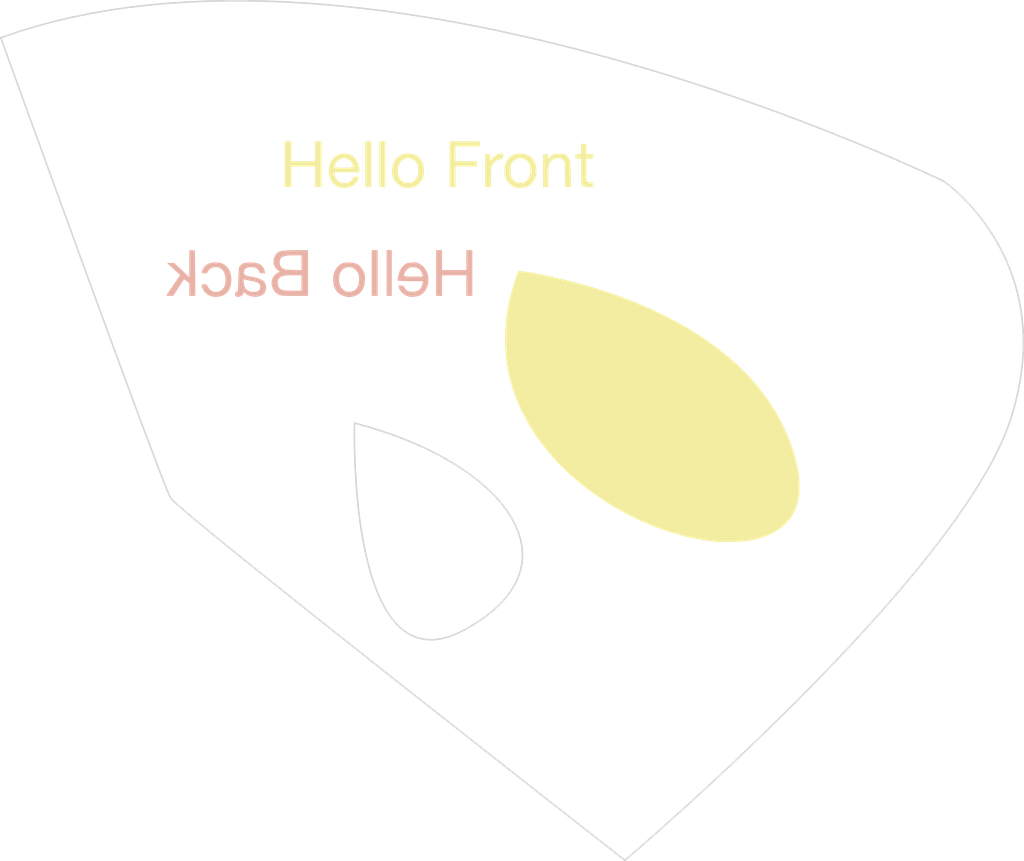
<source format=kicad_pcb>
(kicad_pcb (version 20171130) (host pcbnew 5.0.2-bee76a0~70~ubuntu18.04.1)

  (general
    (thickness 1.6)
    (drawings 0)
    (tracks 0)
    (zones 0)
    (modules 1)
    (nets 1)
  )

  (page A4)
  (layers
    (0 F.Cu signal)
    (31 B.Cu signal)
    (32 B.Adhes user)
    (33 F.Adhes user)
    (34 B.Paste user)
    (35 F.Paste user)
    (36 B.SilkS user)
    (37 F.SilkS user)
    (38 B.Mask user)
    (39 F.Mask user)
    (40 Dwgs.User user)
    (41 Cmts.User user)
    (42 Eco1.User user)
    (43 Eco2.User user)
    (44 Edge.Cuts user)
    (45 Margin user)
    (46 B.CrtYd user)
    (47 F.CrtYd user)
    (48 B.Fab user)
    (49 F.Fab user)
  )

  (setup
    (last_trace_width 0.25)
    (trace_clearance 0.2)
    (zone_clearance 0.508)
    (zone_45_only no)
    (trace_min 0.2)
    (segment_width 0.2)
    (edge_width 0.15)
    (via_size 0.8)
    (via_drill 0.4)
    (via_min_size 0.4)
    (via_min_drill 0.3)
    (uvia_size 0.3)
    (uvia_drill 0.1)
    (uvias_allowed no)
    (uvia_min_size 0.2)
    (uvia_min_drill 0.1)
    (pcb_text_width 0.3)
    (pcb_text_size 1.5 1.5)
    (mod_edge_width 0.15)
    (mod_text_size 1 1)
    (mod_text_width 0.15)
    (pad_size 1.524 1.524)
    (pad_drill 0.762)
    (pad_to_mask_clearance 0.051)
    (solder_mask_min_width 0.25)
    (aux_axis_origin 0 0)
    (visible_elements FFFFFF7F)
    (pcbplotparams
      (layerselection 0x010fc_ffffffff)
      (usegerberextensions false)
      (usegerberattributes false)
      (usegerberadvancedattributes false)
      (creategerberjobfile false)
      (excludeedgelayer true)
      (linewidth 0.100000)
      (plotframeref false)
      (viasonmask false)
      (mode 1)
      (useauxorigin false)
      (hpglpennumber 1)
      (hpglpenspeed 20)
      (hpglpendiameter 15.000000)
      (psnegative false)
      (psa4output false)
      (plotreference true)
      (plotvalue true)
      (plotinvisibletext false)
      (padsonsilk false)
      (subtractmaskfromsilk false)
      (outputformat 1)
      (mirror false)
      (drillshape 1)
      (scaleselection 1)
      (outputdirectory ""))
  )

  (net 0 "")

  (net_class Default "This is the default net class."
    (clearance 0.2)
    (trace_width 0.25)
    (via_dia 0.8)
    (via_drill 0.4)
    (uvia_dia 0.3)
    (uvia_drill 0.1)
  )

  (module exploration-1:exploration-2 (layer F.Cu) (tedit 0) (tstamp 5C264D4E)
    (at 152.7 72.7)
    (fp_text reference "" (at 0 0) (layer F.SilkS)
      (effects (font (size 1.27 1.27) (thickness 0.15)))
    )
    (fp_text value "" (at 0 0) (layer F.SilkS)
      (effects (font (size 1.27 1.27) (thickness 0.15)))
    )
    (fp_line (start -30.345238 -30.130952) (end -30.345302 -30.130925) (layer Edge.Cuts) (width 0.1))
    (fp_line (start -30.345238 -30.130952) (end -30.345238 -30.130952) (layer Edge.Cuts) (width 0.1))
    (fp_line (start -28.682734 -25.539132) (end -30.345238 -30.130952) (layer Edge.Cuts) (width 0.1))
    (fp_line (start -24.982701 -15.366257) (end -28.682734 -25.539132) (layer Edge.Cuts) (width 0.1))
    (fp_line (start -22.972119 -9.875637) (end -24.982701 -15.366257) (layer Edge.Cuts) (width 0.1))
    (fp_line (start -21.176363 -5.016206) (end -22.972119 -9.875637) (layer Edge.Cuts) (width 0.1))
    (fp_line (start -19.836836 -1.463452) (end -21.176363 -5.016206) (layer Edge.Cuts) (width 0.1))
    (fp_line (start -19.413597 -0.388166) (end -19.836836 -1.463452) (layer Edge.Cuts) (width 0.1))
    (fp_line (start -19.194941 0.107143) (end -19.413597 -0.388166) (layer Edge.Cuts) (width 0.1))
    (fp_line (start -19.0594 0.258591) (end -19.194941 0.107143) (layer Edge.Cuts) (width 0.1))
    (fp_line (start -18.766165 0.53029) (end -19.0594 0.258591) (layer Edge.Cuts) (width 0.1))
    (fp_line (start -17.749108 1.401638) (end -18.766165 0.53029) (layer Edge.Cuts) (width 0.1))
    (fp_line (start -16.22876 2.655576) (end -17.749108 1.401638) (layer Edge.Cuts) (width 0.1))
    (fp_line (start -14.290109 4.226493) (end -16.22876 2.655576) (layer Edge.Cuts) (width 0.1))
    (fp_line (start -9.497858 8.056824) (end -14.290109 4.226493) (layer Edge.Cuts) (width 0.1))
    (fp_line (start -4.05227 12.367746) (end -9.497858 8.056824) (layer Edge.Cuts) (width 0.1))
    (fp_line (start 6.079263 20.331822) (end -4.05227 12.367746) (layer Edge.Cuts) (width 0.1))
    (fp_line (start 10.665188 23.919638) (end 6.079263 20.331822) (layer Edge.Cuts) (width 0.1))
    (fp_line (start 11.61382 23.10352) (end 10.665188 23.919638) (layer Edge.Cuts) (width 0.1))
    (fp_line (start 12.71068 22.14195) (end 11.61382 23.10352) (layer Edge.Cuts) (width 0.1))
    (fp_line (start 14.143686 20.863373) (end 12.71068 22.14195) (layer Edge.Cuts) (width 0.1))
    (fp_line (start 15.85353 19.306851) (end 14.143686 20.863373) (layer Edge.Cuts) (width 0.1))
    (fp_line (start 17.780969 17.511418) (end 15.85353 19.306851) (layer Edge.Cuts) (width 0.1))
    (fp_line (start 19.866759 15.516108) (end 17.780969 17.511418) (layer Edge.Cuts) (width 0.1))
    (fp_line (start 22.051657 13.359955) (end 19.866759 15.516108) (layer Edge.Cuts) (width 0.1))
    (fp_line (start 23.162758 12.233761) (end 22.051657 13.359955) (layer Edge.Cuts) (width 0.1))
    (fp_line (start 24.27642 11.081994) (end 23.162758 12.233761) (layer Edge.Cuts) (width 0.1))
    (fp_line (start 25.385237 9.909533) (end 24.27642 11.081994) (layer Edge.Cuts) (width 0.1))
    (fp_line (start 26.481804 8.721258) (end 25.385237 9.909533) (layer Edge.Cuts) (width 0.1))
    (fp_line (start 27.558715 7.522047) (end 26.481804 8.721258) (layer Edge.Cuts) (width 0.1))
    (fp_line (start 28.608566 6.316781) (end 27.558715 7.522047) (layer Edge.Cuts) (width 0.1))
    (fp_line (start 29.62395 5.110338) (end 28.608566 6.316781) (layer Edge.Cuts) (width 0.1))
    (fp_line (start 30.597463 3.907598) (end 29.62395 5.110338) (layer Edge.Cuts) (width 0.1))
    (fp_line (start 31.521698 2.71344) (end 30.597463 3.907598) (layer Edge.Cuts) (width 0.1))
    (fp_line (start 32.389251 1.532743) (end 31.521698 2.71344) (layer Edge.Cuts) (width 0.1))
    (fp_line (start 33.192715 0.370387) (end 32.389251 1.532743) (layer Edge.Cuts) (width 0.1))
    (fp_line (start 33.924687 -0.768749) (end 33.192715 0.370387) (layer Edge.Cuts) (width 0.1))
    (fp_line (start 34.577759 -1.879787) (end 33.924687 -0.768749) (layer Edge.Cuts) (width 0.1))
    (fp_line (start 34.872394 -2.423244) (end 34.577759 -1.879787) (layer Edge.Cuts) (width 0.1))
    (fp_line (start 35.144527 -2.957846) (end 34.872394 -2.423244) (layer Edge.Cuts) (width 0.1))
    (fp_line (start 35.393233 -3.482984) (end 35.144527 -2.957846) (layer Edge.Cuts) (width 0.1))
    (fp_line (start 35.617586 -3.998047) (end 35.393233 -3.482984) (layer Edge.Cuts) (width 0.1))
    (fp_line (start 35.81666 -4.502427) (end 35.617586 -3.998047) (layer Edge.Cuts) (width 0.1))
    (fp_line (start 35.989529 -4.995512) (end 35.81666 -4.502427) (layer Edge.Cuts) (width 0.1))
    (fp_line (start 36.276356 -5.955027) (end 35.989529 -4.995512) (layer Edge.Cuts) (width 0.1))
    (fp_line (start 36.50131 -6.884609) (end 36.276356 -5.955027) (layer Edge.Cuts) (width 0.1))
    (fp_line (start 36.667851 -7.784223) (end 36.50131 -6.884609) (layer Edge.Cuts) (width 0.1))
    (fp_line (start 36.77944 -8.653835) (end 36.667851 -7.784223) (layer Edge.Cuts) (width 0.1))
    (fp_line (start 36.83954 -9.49341) (end 36.77944 -8.653835) (layer Edge.Cuts) (width 0.1))
    (fp_line (start 36.8516 -10.302913) (end 36.83954 -9.49341) (layer Edge.Cuts) (width 0.1))
    (fp_line (start 36.81909 -11.08231) (end 36.8516 -10.302913) (layer Edge.Cuts) (width 0.1))
    (fp_line (start 36.74547 -11.831567) (end 36.81909 -11.08231) (layer Edge.Cuts) (width 0.1))
    (fp_line (start 36.634204 -12.550648) (end 36.74547 -11.831567) (layer Edge.Cuts) (width 0.1))
    (fp_line (start 36.488749 -13.239519) (end 36.634204 -12.550648) (layer Edge.Cuts) (width 0.1))
    (fp_line (start 36.312565 -13.898146) (end 36.488749 -13.239519) (layer Edge.Cuts) (width 0.1))
    (fp_line (start 36.109112 -14.526493) (end 36.312565 -13.898146) (layer Edge.Cuts) (width 0.1))
    (fp_line (start 35.881851 -15.124527) (end 36.109112 -14.526493) (layer Edge.Cuts) (width 0.1))
    (fp_line (start 35.634242 -15.692212) (end 35.881851 -15.124527) (layer Edge.Cuts) (width 0.1))
    (fp_line (start 35.369747 -16.229514) (end 35.634242 -15.692212) (layer Edge.Cuts) (width 0.1))
    (fp_line (start 35.091824 -16.736399) (end 35.369747 -16.229514) (layer Edge.Cuts) (width 0.1))
    (fp_line (start 34.803936 -17.212832) (end 35.091824 -16.736399) (layer Edge.Cuts) (width 0.1))
    (fp_line (start 34.509542 -17.658777) (end 34.803936 -17.212832) (layer Edge.Cuts) (width 0.1))
    (fp_line (start 34.212102 -18.074202) (end 34.509542 -17.658777) (layer Edge.Cuts) (width 0.1))
    (fp_line (start 33.915078 -18.45907) (end 34.212102 -18.074202) (layer Edge.Cuts) (width 0.1))
    (fp_line (start 33.62193 -18.813348) (end 33.915078 -18.45907) (layer Edge.Cuts) (width 0.1))
    (fp_line (start 33.336118 -19.137) (end 33.62193 -18.813348) (layer Edge.Cuts) (width 0.1))
    (fp_line (start 32.800344 -19.692291) (end 33.336118 -19.137) (layer Edge.Cuts) (width 0.1))
    (fp_line (start 32.335441 -20.124666) (end 32.800344 -19.692291) (layer Edge.Cuts) (width 0.1))
    (fp_line (start 31.969092 -20.433848) (end 32.335441 -20.124666) (layer Edge.Cuts) (width 0.1))
    (fp_line (start 31.642792 -20.681526) (end 31.969092 -20.433848) (layer Edge.Cuts) (width 0.1))
    (fp_line (start 31.216554 -20.885233) (end 31.642792 -20.681526) (layer Edge.Cuts) (width 0.1))
    (fp_line (start 29.986932 -21.451874) (end 31.216554 -20.885233) (layer Edge.Cuts) (width 0.1))
    (fp_line (start 28.027564 -22.314732) (end 29.986932 -21.451874) (layer Edge.Cuts) (width 0.1))
    (fp_line (start 26.797238 -22.836393) (end 28.027564 -22.314732) (layer Edge.Cuts) (width 0.1))
    (fp_line (start 25.412091 -23.407089) (end 26.797238 -22.836393) (layer Edge.Cuts) (width 0.1))
    (fp_line (start 23.881327 -24.018479) (end 25.412091 -23.407089) (layer Edge.Cuts) (width 0.1))
    (fp_line (start 22.21415 -24.662226) (end 23.881327 -24.018479) (layer Edge.Cuts) (width 0.1))
    (fp_line (start 20.419767 -25.329988) (end 22.21415 -24.662226) (layer Edge.Cuts) (width 0.1))
    (fp_line (start 18.507381 -26.013426) (end 20.419767 -25.329988) (layer Edge.Cuts) (width 0.1))
    (fp_line (start 16.486199 -26.7042) (end 18.507381 -26.013426) (layer Edge.Cuts) (width 0.1))
    (fp_line (start 14.365423 -27.393971) (end 16.486199 -26.7042) (layer Edge.Cuts) (width 0.1))
    (fp_line (start 12.15426 -28.074399) (end 14.365423 -27.393971) (layer Edge.Cuts) (width 0.1))
    (fp_line (start 9.861914 -28.737143) (end 12.15426 -28.074399) (layer Edge.Cuts) (width 0.1))
    (fp_line (start 7.497591 -29.373865) (end 9.861914 -28.737143) (layer Edge.Cuts) (width 0.1))
    (fp_line (start 5.070494 -29.976224) (end 7.497591 -29.373865) (layer Edge.Cuts) (width 0.1))
    (fp_line (start 2.589829 -30.535881) (end 5.070494 -29.976224) (layer Edge.Cuts) (width 0.1))
    (fp_line (start 1.332286 -30.79709) (end 2.589829 -30.535881) (layer Edge.Cuts) (width 0.1))
    (fp_line (start 0.064801 -31.044496) (end 1.332286 -30.79709) (layer Edge.Cuts) (width 0.1))
    (fp_line (start -1.211472 -31.277056) (end 0.064801 -31.044496) (layer Edge.Cuts) (width 0.1))
    (fp_line (start -2.495385 -31.493729) (end -1.211472 -31.277056) (layer Edge.Cuts) (width 0.1))
    (fp_line (start -3.785786 -31.693471) (end -2.495385 -31.493729) (layer Edge.Cuts) (width 0.1))
    (fp_line (start -5.081525 -31.87524) (end -3.785786 -31.693471) (layer Edge.Cuts) (width 0.1))
    (fp_line (start -6.381451 -32.037994) (end -5.081525 -31.87524) (layer Edge.Cuts) (width 0.1))
    (fp_line (start -7.684414 -32.180691) (end -6.381451 -32.037994) (layer Edge.Cuts) (width 0.1))
    (fp_line (start -8.989263 -32.302287) (end -7.684414 -32.180691) (layer Edge.Cuts) (width 0.1))
    (fp_line (start -10.294847 -32.401737) (end -8.989263 -32.302287) (layer Edge.Cuts) (width 0.1))
    (fp_line (start -11.600015 -32.478007) (end -10.294847 -32.401737) (layer Edge.Cuts) (width 0.1))
    (fp_line (start -12.903618 -32.530047) (end -11.600015 -32.478007) (layer Edge.Cuts) (width 0.1))
    (fp_line (start -14.204505 -32.556817) (end -12.903618 -32.530047) (layer Edge.Cuts) (width 0.1))
    (fp_line (start -15.501524 -32.557275) (end -14.204505 -32.556817) (layer Edge.Cuts) (width 0.1))
    (fp_line (start -16.793526 -32.530375) (end -15.501524 -32.557275) (layer Edge.Cuts) (width 0.1))
    (fp_line (start -18.079359 -32.475085) (end -16.793526 -32.530375) (layer Edge.Cuts) (width 0.1))
    (fp_line (start -19.357873 -32.390345) (end -18.079359 -32.475085) (layer Edge.Cuts) (width 0.1))
    (fp_line (start -20.627918 -32.275128) (end -19.357873 -32.390345) (layer Edge.Cuts) (width 0.1))
    (fp_line (start -21.888343 -32.128386) (end -20.627918 -32.275128) (layer Edge.Cuts) (width 0.1))
    (fp_line (start -23.137997 -31.949076) (end -21.888343 -32.128386) (layer Edge.Cuts) (width 0.1))
    (fp_line (start -24.37573 -31.736157) (end -23.137997 -31.949076) (layer Edge.Cuts) (width 0.1))
    (fp_line (start -25.600391 -31.488585) (end -24.37573 -31.736157) (layer Edge.Cuts) (width 0.1))
    (fp_line (start -26.810829 -31.205318) (end -25.600391 -31.488585) (layer Edge.Cuts) (width 0.1))
    (fp_line (start -28.005894 -30.885314) (end -26.810829 -31.205318) (layer Edge.Cuts) (width 0.1))
    (fp_line (start -29.184435 -30.527531) (end -28.005894 -30.885314) (layer Edge.Cuts) (width 0.1))
    (fp_line (start -30.345302 -30.130925) (end -29.184435 -30.527531) (layer Edge.Cuts) (width 0.1))
    (fp_line (start -7.099768 -4.806521) (end -7.099704 -4.806548) (layer Edge.Cuts) (width 0.1))
    (fp_line (start -7.099768 -4.806521) (end -7.099768 -4.806521) (layer Edge.Cuts) (width 0.1))
    (fp_line (start -7.108968 -4.051307) (end -7.099768 -4.806521) (layer Edge.Cuts) (width 0.1))
    (fp_line (start -7.100968 -3.194493) (end -7.108968 -4.051307) (layer Edge.Cuts) (width 0.1))
    (fp_line (start -7.067238 -2.095723) (end -7.100968 -3.194493) (layer Edge.Cuts) (width 0.1))
    (fp_line (start -6.994748 -0.813132) (end -7.067238 -2.095723) (layer Edge.Cuts) (width 0.1))
    (fp_line (start -6.870494 0.595143) (end -6.994748 -0.813132) (layer Edge.Cuts) (width 0.1))
    (fp_line (start -6.784884 1.328244) (end -6.870494 0.595143) (layer Edge.Cuts) (width 0.1))
    (fp_line (start -6.681456 2.070966) (end -6.784884 1.328244) (layer Edge.Cuts) (width 0.1))
    (fp_line (start -6.558581 2.816041) (end -6.681456 2.070966) (layer Edge.Cuts) (width 0.1))
    (fp_line (start -6.414631 3.556202) (end -6.558581 2.816041) (layer Edge.Cuts) (width 0.1))
    (fp_line (start -6.24798 4.284182) (end -6.414631 3.556202) (layer Edge.Cuts) (width 0.1))
    (fp_line (start -6.057002 4.992715) (end -6.24798 4.284182) (layer Edge.Cuts) (width 0.1))
    (fp_line (start -5.84007 5.674532) (end -6.057002 4.992715) (layer Edge.Cuts) (width 0.1))
    (fp_line (start -5.595559 6.322368) (end -5.84007 5.674532) (layer Edge.Cuts) (width 0.1))
    (fp_line (start -5.321841 6.928954) (end -5.595559 6.322368) (layer Edge.Cuts) (width 0.1))
    (fp_line (start -5.017291 7.487025) (end -5.321841 6.928954) (layer Edge.Cuts) (width 0.1))
    (fp_line (start -4.852945 7.745596) (end -5.017291 7.487025) (layer Edge.Cuts) (width 0.1))
    (fp_line (start -4.680281 7.989313) (end -4.852945 7.745596) (layer Edge.Cuts) (width 0.1))
    (fp_line (start -4.499095 8.217268) (end -4.680281 7.989313) (layer Edge.Cuts) (width 0.1))
    (fp_line (start -4.309185 8.428551) (end -4.499095 8.217268) (layer Edge.Cuts) (width 0.1))
    (fp_line (start -4.110347 8.622256) (end -4.309185 8.428551) (layer Edge.Cuts) (width 0.1))
    (fp_line (start -3.902377 8.797472) (end -4.110347 8.622256) (layer Edge.Cuts) (width 0.1))
    (fp_line (start -3.685073 8.953293) (end -3.902377 8.797472) (layer Edge.Cuts) (width 0.1))
    (fp_line (start -3.458231 9.08881) (end -3.685073 8.953293) (layer Edge.Cuts) (width 0.1))
    (fp_line (start -3.221648 9.203114) (end -3.458231 9.08881) (layer Edge.Cuts) (width 0.1))
    (fp_line (start -2.97512 9.295294) (end -3.221648 9.203114) (layer Edge.Cuts) (width 0.1))
    (fp_line (start -2.718444 9.364444) (end -2.97512 9.295294) (layer Edge.Cuts) (width 0.1))
    (fp_line (start -2.451417 9.409654) (end -2.718444 9.364444) (layer Edge.Cuts) (width 0.1))
    (fp_line (start -2.173836 9.430024) (end -2.451417 9.409654) (layer Edge.Cuts) (width 0.1))
    (fp_line (start -1.885497 9.424624) (end -2.173836 9.430024) (layer Edge.Cuts) (width 0.1))
    (fp_line (start -1.586197 9.392574) (end -1.885497 9.424624) (layer Edge.Cuts) (width 0.1))
    (fp_line (start -1.275732 9.332954) (end -1.586197 9.392574) (layer Edge.Cuts) (width 0.1))
    (fp_line (start -0.9539 9.244854) (end -1.275732 9.332954) (layer Edge.Cuts) (width 0.1))
    (fp_line (start -0.620497 9.127367) (end -0.9539 9.244854) (layer Edge.Cuts) (width 0.1))
    (fp_line (start -0.27532 8.979583) (end -0.620497 9.127367) (layer Edge.Cuts) (width 0.1))
    (fp_line (start 0.081835 8.800594) (end -0.27532 8.979583) (layer Edge.Cuts) (width 0.1))
    (fp_line (start 0.771929 8.403262) (end 0.081835 8.800594) (layer Edge.Cuts) (width 0.1))
    (fp_line (start 1.390218 7.991674) (end 0.771929 8.403262) (layer Edge.Cuts) (width 0.1))
    (fp_line (start 1.937982 7.567073) (end 1.390218 7.991674) (layer Edge.Cuts) (width 0.1))
    (fp_line (start 2.416502 7.130708) (end 1.937982 7.567073) (layer Edge.Cuts) (width 0.1))
    (fp_line (start 2.827059 6.683822) (end 2.416502 7.130708) (layer Edge.Cuts) (width 0.1))
    (fp_line (start 3.170932 6.227662) (end 2.827059 6.683822) (layer Edge.Cuts) (width 0.1))
    (fp_line (start 3.449402 5.763474) (end 3.170932 6.227662) (layer Edge.Cuts) (width 0.1))
    (fp_line (start 3.564511 5.528759) (end 3.449402 5.763474) (layer Edge.Cuts) (width 0.1))
    (fp_line (start 3.663751 5.292503) (end 3.564511 5.528759) (layer Edge.Cuts) (width 0.1))
    (fp_line (start 3.747281 5.054864) (end 3.663751 5.292503) (layer Edge.Cuts) (width 0.1))
    (fp_line (start 3.815261 4.815996) (end 3.747281 5.054864) (layer Edge.Cuts) (width 0.1))
    (fp_line (start 3.867851 4.576055) (end 3.815261 4.815996) (layer Edge.Cuts) (width 0.1))
    (fp_line (start 3.905211 4.335198) (end 3.867851 4.576055) (layer Edge.Cuts) (width 0.1))
    (fp_line (start 3.934871 3.851354) (end 3.905211 4.335198) (layer Edge.Cuts) (width 0.1))
    (fp_line (start 3.905531 3.365711) (end 3.934871 3.851354) (layer Edge.Cuts) (width 0.1))
    (fp_line (start 3.818471 2.879514) (end 3.905531 3.365711) (layer Edge.Cuts) (width 0.1))
    (fp_line (start 3.67497 2.394009) (end 3.818471 2.879514) (layer Edge.Cuts) (width 0.1))
    (fp_line (start 3.47631 1.910443) (end 3.67497 2.394009) (layer Edge.Cuts) (width 0.1))
    (fp_line (start 3.22377 1.430059) (end 3.47631 1.910443) (layer Edge.Cuts) (width 0.1))
    (fp_line (start 2.918632 0.954106) (end 3.22377 1.430059) (layer Edge.Cuts) (width 0.1))
    (fp_line (start 2.562174 0.483827) (end 2.918632 0.954106) (layer Edge.Cuts) (width 0.1))
    (fp_line (start 2.155677 0.020469) (end 2.562174 0.483827) (layer Edge.Cuts) (width 0.1))
    (fp_line (start 1.700423 -0.434722) (end 2.155677 0.020469) (layer Edge.Cuts) (width 0.1))
    (fp_line (start 1.197691 -0.8805) (end 1.700423 -0.434722) (layer Edge.Cuts) (width 0.1))
    (fp_line (start 0.648762 -1.31562) (end 1.197691 -0.8805) (layer Edge.Cuts) (width 0.1))
    (fp_line (start 0.054915 -1.738837) (end 0.648762 -1.31562) (layer Edge.Cuts) (width 0.1))
    (fp_line (start -0.582568 -2.148903) (end 0.054915 -1.738837) (layer Edge.Cuts) (width 0.1))
    (fp_line (start -1.262407 -2.544574) (end -0.582568 -2.148903) (layer Edge.Cuts) (width 0.1))
    (fp_line (start -1.983322 -2.924603) (end -1.262407 -2.544574) (layer Edge.Cuts) (width 0.1))
    (fp_line (start -2.744033 -3.287745) (end -1.983322 -2.924603) (layer Edge.Cuts) (width 0.1))
    (fp_line (start -3.543258 -3.632755) (end -2.744033 -3.287745) (layer Edge.Cuts) (width 0.1))
    (fp_line (start -4.379718 -3.958386) (end -3.543258 -3.632755) (layer Edge.Cuts) (width 0.1))
    (fp_line (start -5.252133 -4.263392) (end -4.379718 -3.958386) (layer Edge.Cuts) (width 0.1))
    (fp_line (start -6.159222 -4.546528) (end -5.252133 -4.263392) (layer Edge.Cuts) (width 0.1))
    (fp_line (start -7.099704 -4.806548) (end -6.159222 -4.546528) (layer Edge.Cuts) (width 0.1))
    (fp_poly (pts (xy 8.128 -22.479) (xy 8.593667 -22.479) (xy 8.593667 -22.182666) (xy 8.128 -22.182666)
      (xy 8.128 -21.4503) (xy 8.130364 -21.145551) (xy 8.137693 -20.91989) (xy 8.15034 -20.767865)
      (xy 8.168659 -20.684023) (xy 8.1788 -20.667133) (xy 8.25053 -20.635439) (xy 8.368385 -20.617699)
      (xy 8.411634 -20.616333) (xy 8.525284 -20.612706) (xy 8.577839 -20.589037) (xy 8.592863 -20.526145)
      (xy 8.593667 -20.468166) (xy 8.593667 -20.32) (xy 8.295409 -20.32) (xy 8.130636 -20.323802)
      (xy 8.02429 -20.339698) (xy 7.950298 -20.374425) (xy 7.893243 -20.423909) (xy 7.857605 -20.46167)
      (xy 7.831218 -20.501807) (xy 7.812693 -20.55678) (xy 7.800638 -20.639048) (xy 7.793664 -20.761071)
      (xy 7.79038 -20.93531) (xy 7.789397 -21.174224) (xy 7.789334 -21.355242) (xy 7.789334 -22.182666)
      (xy 7.598834 -22.182666) (xy 7.481782 -22.18583) (xy 7.426354 -22.207266) (xy 7.409509 -22.264898)
      (xy 7.408334 -22.330833) (xy 7.4124 -22.421873) (xy 7.439962 -22.464984) (xy 7.51406 -22.478086)
      (xy 7.598834 -22.479) (xy 7.789334 -22.479) (xy 7.789334 -23.156333) (xy 8.128 -23.156333)
      (xy 8.128 -22.479)) (layer F.SilkS) (width 0.01))
    (fp_poly (pts (xy 6.417058 -22.514375) (xy 6.590705 -22.50089) (xy 6.705916 -22.476802) (xy 6.788868 -22.434608)
      (xy 6.838177 -22.393646) (xy 6.917082 -22.315122) (xy 6.977453 -22.237575) (xy 7.022068 -22.148297)
      (xy 7.053706 -22.034582) (xy 7.075145 -21.883723) (xy 7.089162 -21.683012) (xy 7.098536 -21.419743)
      (xy 7.104115 -21.17725) (xy 7.12174 -20.32) (xy 6.731 -20.32) (xy 6.731 -21.105269)
      (xy 6.729101 -21.420194) (xy 6.721773 -21.661803) (xy 6.706568 -21.841397) (xy 6.681036 -21.970274)
      (xy 6.642731 -22.059733) (xy 6.589203 -22.121073) (xy 6.518006 -22.165593) (xy 6.49935 -22.174425)
      (xy 6.300521 -22.221623) (xy 6.095753 -22.196615) (xy 5.907773 -22.10686) (xy 5.759305 -21.95982)
      (xy 5.736167 -21.923879) (xy 5.704553 -21.861327) (xy 5.681197 -21.787055) (xy 5.664489 -21.686822)
      (xy 5.65282 -21.546388) (xy 5.64458 -21.351512) (xy 5.63816 -21.087954) (xy 5.63742 -21.05025)
      (xy 5.62334 -20.32) (xy 5.291667 -20.32) (xy 5.291667 -22.479) (xy 5.461 -22.479)
      (xy 5.5694 -22.474722) (xy 5.617603 -22.446616) (xy 5.630075 -22.371775) (xy 5.630544 -22.32025)
      (xy 5.630754 -22.1615) (xy 5.725794 -22.274295) (xy 5.869889 -22.407146) (xy 6.041305 -22.485609)
      (xy 6.258781 -22.516192) (xy 6.417058 -22.514375)) (layer F.SilkS) (width 0.01))
    (fp_poly (pts (xy 2.658851 -22.341416) (xy 2.646151 -22.228424) (xy 2.613059 -22.172575) (xy 2.534445 -22.147408)
      (xy 2.465056 -22.137373) (xy 2.252143 -22.074898) (xy 2.083967 -21.946164) (xy 1.957917 -21.758468)
      (xy 1.920331 -21.677486) (xy 1.894097 -21.595109) (xy 1.877216 -21.494269) (xy 1.867686 -21.357901)
      (xy 1.863507 -21.16894) (xy 1.862667 -20.94603) (xy 1.862667 -20.32) (xy 1.481667 -20.32)
      (xy 1.481667 -22.479) (xy 1.820334 -22.479) (xy 1.820334 -22.040427) (xy 1.972749 -22.21849)
      (xy 2.14916 -22.391202) (xy 2.324217 -22.489328) (xy 2.513148 -22.521307) (xy 2.519165 -22.521333)
      (xy 2.671868 -22.521333) (xy 2.658851 -22.341416)) (layer F.SilkS) (width 0.01))
    (fp_poly (pts (xy 1.143 -22.987) (xy -0.465666 -22.987) (xy -0.465666 -22.013333) (xy 0.931334 -22.013333)
      (xy 0.931334 -21.674666) (xy -0.465666 -21.674666) (xy -0.465666 -20.32) (xy -0.846666 -20.32)
      (xy -0.846666 -23.325666) (xy 1.143 -23.325666) (xy 1.143 -22.987)) (layer F.SilkS) (width 0.01))
    (fp_poly (pts (xy -5.08 -20.32) (xy -5.461 -20.32) (xy -5.461 -23.325666) (xy -5.08 -23.325666)
      (xy -5.08 -20.32)) (layer F.SilkS) (width 0.01))
    (fp_poly (pts (xy -6.011333 -20.32) (xy -6.392333 -20.32) (xy -6.392333 -23.325666) (xy -6.011333 -23.325666)
      (xy -6.011333 -20.32)) (layer F.SilkS) (width 0.01))
    (fp_poly (pts (xy -11.260666 -22.013333) (xy -9.694333 -22.013333) (xy -9.694333 -23.325666) (xy -9.271 -23.325666)
      (xy -9.271 -20.32) (xy -9.694333 -20.32) (xy -9.694333 -21.674666) (xy -11.260666 -21.674666)
      (xy -11.260666 -20.32) (xy -11.684 -20.32) (xy -11.684 -23.325666) (xy -11.260666 -23.325666)
      (xy -11.260666 -22.013333)) (layer F.SilkS) (width 0.01))
    (fp_poly (pts (xy 4.077581 -22.494646) (xy 4.306438 -22.413838) (xy 4.504568 -22.269648) (xy 4.577474 -22.194817)
      (xy 4.709126 -22.018727) (xy 4.792408 -21.826341) (xy 4.834879 -21.594543) (xy 4.844512 -21.378089)
      (xy 4.838953 -21.185194) (xy 4.814655 -21.037163) (xy 4.763508 -20.894859) (xy 4.729148 -20.821399)
      (xy 4.58278 -20.59457) (xy 4.397111 -20.419165) (xy 4.225643 -20.325312) (xy 4.104689 -20.293794)
      (xy 3.945107 -20.269572) (xy 3.782638 -20.256325) (xy 3.653022 -20.25773) (xy 3.6195 -20.262946)
      (xy 3.332944 -20.358006) (xy 3.111827 -20.495055) (xy 2.943269 -20.683913) (xy 2.851206 -20.848858)
      (xy 2.774713 -21.093817) (xy 2.746535 -21.374328) (xy 2.748478 -21.401702) (xy 3.153834 -21.401702)
      (xy 3.153834 -21.398675) (xy 3.156694 -21.201737) (xy 3.167752 -21.067766) (xy 3.190722 -20.97518)
      (xy 3.229315 -20.902398) (xy 3.242393 -20.884021) (xy 3.418451 -20.706109) (xy 3.621913 -20.602675)
      (xy 3.841605 -20.576892) (xy 4.066353 -20.631934) (xy 4.090796 -20.643008) (xy 4.221682 -20.739983)
      (xy 4.340669 -20.890648) (xy 4.350018 -20.906197) (xy 4.414765 -21.032985) (xy 4.449287 -21.155502)
      (xy 4.461856 -21.309897) (xy 4.462559 -21.398105) (xy 4.444607 -21.642695) (xy 4.38702 -21.830947)
      (xy 4.280655 -21.985509) (xy 4.191275 -22.070106) (xy 3.999834 -22.181013) (xy 3.791994 -22.215865)
      (xy 3.584056 -22.176707) (xy 3.392318 -22.065579) (xy 3.284713 -21.956487) (xy 3.223112 -21.875178)
      (xy 3.18466 -21.802219) (xy 3.163922 -21.714436) (xy 3.155459 -21.588655) (xy 3.153834 -21.401702)
      (xy 2.748478 -21.401702) (xy 2.766629 -21.657339) (xy 2.834956 -21.909795) (xy 2.852559 -21.949833)
      (xy 3.002693 -22.194971) (xy 3.191033 -22.368467) (xy 3.425104 -22.474861) (xy 3.712434 -22.518697)
      (xy 3.798057 -22.520403) (xy 4.077581 -22.494646)) (layer F.SilkS) (width 0.01))
    (fp_poly (pts (xy -3.266602 -22.488562) (xy -3.01888 -22.392703) (xy -2.818969 -22.229116) (xy -2.661064 -21.994094)
      (xy -2.624918 -21.917999) (xy -2.56434 -21.711873) (xy -2.536163 -21.461971) (xy -2.5418 -21.203309)
      (xy -2.582665 -20.970904) (xy -2.586189 -20.958825) (xy -2.677021 -20.765809) (xy -2.821485 -20.576372)
      (xy -2.993237 -20.421877) (xy -3.084298 -20.365904) (xy -3.279461 -20.297679) (xy -3.51148 -20.261166)
      (xy -3.736674 -20.261949) (xy -3.810682 -20.273045) (xy -4.058164 -20.36217) (xy -4.279813 -20.514415)
      (xy -4.458348 -20.713146) (xy -4.576489 -20.941731) (xy -4.60242 -21.035168) (xy -4.630843 -21.296786)
      (xy -4.252691 -21.296786) (xy -4.212279 -21.074579) (xy -4.124586 -20.874589) (xy -3.988975 -20.712629)
      (xy -3.831166 -20.614818) (xy -3.678586 -20.581469) (xy -3.49927 -20.583765) (xy -3.340209 -20.62002)
      (xy -3.310481 -20.633478) (xy -3.129139 -20.768573) (xy -2.994198 -20.949914) (xy -2.963507 -21.017631)
      (xy -2.929535 -21.171229) (xy -2.917474 -21.369278) (xy -2.926737 -21.574877) (xy -2.956736 -21.751125)
      (xy -2.976098 -21.809254) (xy -3.097797 -21.999336) (xy -3.271222 -22.134362) (xy -3.477954 -22.205528)
      (xy -3.699577 -22.204034) (xy -3.767824 -22.187621) (xy -3.954265 -22.091524) (xy -4.096608 -21.93858)
      (xy -4.194219 -21.7446) (xy -4.246458 -21.525398) (xy -4.252691 -21.296786) (xy -4.630843 -21.296786)
      (xy -4.63576 -21.342037) (xy -4.611372 -21.642095) (xy -4.533601 -21.916328) (xy -4.406796 -22.145725)
      (xy -4.327771 -22.236301) (xy -4.136075 -22.388868) (xy -3.927531 -22.479687) (xy -3.67788 -22.517831)
      (xy -3.567943 -22.520403) (xy -3.266602 -22.488562)) (layer F.SilkS) (width 0.01))
    (fp_poly (pts (xy -7.485687 -22.487947) (xy -7.248877 -22.387654) (xy -7.059617 -22.218576) (xy -6.917001 -21.979767)
      (xy -6.820128 -21.670278) (xy -6.788788 -21.490383) (xy -6.761825 -21.293666) (xy -8.424333 -21.293666)
      (xy -8.424333 -21.196803) (xy -8.392493 -21.047786) (xy -8.310508 -20.884584) (xy -8.198683 -20.73997)
      (xy -8.086327 -20.651215) (xy -7.89344 -20.586576) (xy -7.691345 -20.579019) (xy -7.500731 -20.62323)
      (xy -7.342284 -20.713894) (xy -7.23669 -20.845697) (xy -7.225251 -20.872428) (xy -7.185207 -20.952082)
      (xy -7.125574 -20.988149) (xy -7.015944 -20.997261) (xy -6.996885 -20.997333) (xy -6.886493 -20.99264)
      (xy -6.822286 -20.98083) (xy -6.815666 -20.974807) (xy -6.836858 -20.896037) (xy -6.889603 -20.778972)
      (xy -6.957657 -20.655199) (xy -7.024775 -20.556306) (xy -7.039937 -20.538708) (xy -7.225661 -20.395859)
      (xy -7.46043 -20.298912) (xy -7.718106 -20.254827) (xy -7.972553 -20.270566) (xy -8.012959 -20.279531)
      (xy -8.267406 -20.369642) (xy -8.460367 -20.505287) (xy -8.609119 -20.700931) (xy -8.676502 -20.835168)
      (xy -8.769644 -21.133778) (xy -8.79479 -21.439937) (xy -8.774118 -21.59) (xy -8.433512 -21.59)
      (xy -7.817587 -21.59) (xy -7.565097 -21.592954) (xy -7.367563 -21.60138) (xy -7.234624 -21.614627)
      (xy -7.175921 -21.632042) (xy -7.174783 -21.633493) (xy -7.170845 -21.711387) (xy -7.215302 -21.82343)
      (xy -7.293862 -21.94686) (xy -7.392229 -22.058917) (xy -7.488184 -22.13254) (xy -7.701631 -22.210247)
      (xy -7.91035 -22.209995) (xy -8.100889 -22.138041) (xy -8.259791 -22.000643) (xy -8.373603 -21.804058)
      (xy -8.404456 -21.706416) (xy -8.433512 -21.59) (xy -8.774118 -21.59) (xy -8.753997 -21.736053)
      (xy -8.649323 -22.004533) (xy -8.517892 -22.191033) (xy -8.307524 -22.374574) (xy -8.070077 -22.482184)
      (xy -7.791205 -22.52019) (xy -7.770949 -22.520403) (xy -7.485687 -22.487947)) (layer F.SilkS) (width 0.01))
    (fp_poly (pts (xy 3.860436 -14.785266) (xy 4.046596 -14.762148) (xy 4.282224 -14.727062) (xy 4.556188 -14.681825)
      (xy 4.85736 -14.62825) (xy 5.174609 -14.568154) (xy 5.496805 -14.503349) (xy 5.722147 -14.455544)
      (xy 7.172219 -14.111127) (xy 8.572019 -13.719142) (xy 9.918719 -13.280921) (xy 11.20949 -12.797795)
      (xy 12.441504 -12.271095) (xy 13.611932 -11.702154) (xy 14.717944 -11.092302) (xy 15.756712 -10.44287)
      (xy 16.725408 -9.755192) (xy 17.621203 -9.030597) (xy 18.03569 -8.659679) (xy 18.774885 -7.925015)
      (xy 19.450246 -7.150802) (xy 20.058937 -6.341972) (xy 20.598125 -5.503458) (xy 21.064974 -4.640194)
      (xy 21.456651 -3.757111) (xy 21.77032 -2.859141) (xy 22.003148 -1.951219) (xy 22.060959 -1.654706)
      (xy 22.107504 -1.310643) (xy 22.132216 -0.934352) (xy 22.135566 -0.548432) (xy 22.11802 -0.175483)
      (xy 22.080048 0.161896) (xy 22.022117 0.441106) (xy 22.017174 0.458412) (xy 21.833139 0.945023)
      (xy 21.58024 1.383367) (xy 21.259898 1.772382) (xy 20.873537 2.111004) (xy 20.42258 2.398168)
      (xy 19.908451 2.63281) (xy 19.332573 2.813867) (xy 18.697899 2.940046) (xy 18.509248 2.960512)
      (xy 18.256338 2.977211) (xy 17.959507 2.989796) (xy 17.639092 2.997924) (xy 17.315433 3.001249)
      (xy 17.008866 2.999425) (xy 16.73973 2.992108) (xy 16.528363 2.978952) (xy 16.51 2.977183)
      (xy 16.249691 2.945111) (xy 15.933201 2.897056) (xy 15.586463 2.837659) (xy 15.235412 2.77156)
      (xy 14.905984 2.7034) (xy 14.651477 2.644637) (xy 13.594214 2.345434) (xy 12.552549 1.975445)
      (xy 11.532777 1.538941) (xy 10.541192 1.040192) (xy 9.58409 0.483468) (xy 8.667765 -0.12696)
      (xy 7.798513 -0.786822) (xy 6.982629 -1.491848) (xy 6.226408 -2.237767) (xy 5.536146 -3.020309)
      (xy 4.918136 -3.835204) (xy 4.761956 -4.064) (xy 4.283069 -4.832879) (xy 3.878957 -5.593565)
      (xy 3.542946 -6.36099) (xy 3.268366 -7.150084) (xy 3.087593 -7.8105) (xy 2.997132 -8.205633)
      (xy 2.928064 -8.567681) (xy 2.877292 -8.921363) (xy 2.841723 -9.291396) (xy 2.818262 -9.702499)
      (xy 2.806712 -10.054166) (xy 2.802299 -10.636723) (xy 2.821999 -11.168039) (xy 2.868409 -11.678761)
      (xy 2.944121 -12.199535) (xy 3.02489 -12.630954) (xy 3.083696 -12.899671) (xy 3.155006 -13.191007)
      (xy 3.2349 -13.492079) (xy 3.31946 -13.790006) (xy 3.404768 -14.071903) (xy 3.486905 -14.324888)
      (xy 3.561955 -14.536078) (xy 3.625997 -14.69259) (xy 3.675115 -14.781541) (xy 3.681036 -14.788346)
      (xy 3.734872 -14.794604) (xy 3.860436 -14.785266)) (layer F.SilkS) (width 0.01))
    (fp_poly (pts (xy -1.354666 -14.859) (xy 0.254 -14.859) (xy 0.254 -16.171333) (xy 0.635 -16.171333)
      (xy 0.635 -13.165666) (xy 0.254 -13.165666) (xy 0.254 -14.520333) (xy -1.354666 -14.520333)
      (xy -1.354666 -13.165666) (xy -1.735666 -13.165666) (xy -1.735666 -16.171333) (xy -1.354666 -16.171333)
      (xy -1.354666 -14.859)) (layer B.SilkS) (width 0.01))
    (fp_poly (pts (xy -4.656666 -13.165666) (xy -4.995333 -13.165666) (xy -4.995333 -16.171333) (xy -4.656666 -16.171333)
      (xy -4.656666 -13.165666)) (layer B.SilkS) (width 0.01))
    (fp_poly (pts (xy -5.588 -13.165666) (xy -5.969 -13.165666) (xy -5.969 -16.171333) (xy -5.588 -16.171333)
      (xy -5.588 -13.165666)) (layer B.SilkS) (width 0.01))
    (fp_poly (pts (xy -10.16 -13.165666) (xy -11.038416 -13.1657) (xy -11.336486 -13.16629) (xy -11.563082 -13.168787)
      (xy -11.731394 -13.17432) (xy -11.854611 -13.184014) (xy -11.945922 -13.199) (xy -12.018518 -13.220404)
      (xy -12.085586 -13.249355) (xy -12.10021 -13.256502) (xy -12.295474 -13.39361) (xy -12.436167 -13.574458)
      (xy -12.521526 -13.783433) (xy -12.548639 -13.988674) (xy -12.145392 -13.988674) (xy -12.110412 -13.814701)
      (xy -12.085634 -13.757304) (xy -12.029018 -13.666865) (xy -11.957721 -13.600849) (xy -11.858392 -13.555523)
      (xy -11.71768 -13.527156) (xy -11.522235 -13.512018) (xy -11.258706 -13.506376) (xy -11.186583 -13.506028)
      (xy -10.583333 -13.504333) (xy -10.583333 -14.520333) (xy -11.156193 -14.520333) (xy -11.44953 -14.515705)
      (xy -11.6716 -14.49979) (xy -11.835401 -14.469542) (xy -11.953931 -14.421916) (xy -12.040188 -14.353865)
      (xy -12.080634 -14.303719) (xy -12.135354 -14.163912) (xy -12.145392 -13.988674) (xy -12.548639 -13.988674)
      (xy -12.550786 -14.004923) (xy -12.523187 -14.223312) (xy -12.437963 -14.42299) (xy -12.294352 -14.588342)
      (xy -12.169304 -14.670032) (xy -11.999125 -14.756231) (xy -12.125238 -14.839365) (xy -12.28575 -14.992483)
      (xy -12.386775 -15.189304) (xy -12.410072 -15.325035) (xy -12.022666 -15.325035) (xy -11.984157 -15.144971)
      (xy -11.87485 -15.003767) (xy -11.704076 -14.91294) (xy -11.684 -14.907077) (xy -11.580762 -14.890116)
      (xy -11.417529 -14.87589) (xy -11.218967 -14.866148) (xy -11.059583 -14.862818) (xy -10.583333 -14.859)
      (xy -10.583333 -15.832666) (xy -11.090476 -15.832666) (xy -11.402274 -15.824588) (xy -11.639531 -15.797133)
      (xy -11.811116 -15.745472) (xy -11.925895 -15.664777) (xy -11.992738 -15.550219) (xy -12.02051 -15.396969)
      (xy -12.022666 -15.325035) (xy -12.410072 -15.325035) (xy -12.424633 -15.409862) (xy -12.395646 -15.634192)
      (xy -12.307085 -15.826279) (xy -12.236873 -15.925754) (xy -12.16639 -16.002513) (xy -12.083733 -16.059723)
      (xy -11.976998 -16.100555) (xy -11.83428 -16.128177) (xy -11.643676 -16.14576) (xy -11.39328 -16.156471)
      (xy -11.071189 -16.163481) (xy -11.038416 -16.164037) (xy -10.16 -16.178732) (xy -10.16 -13.165666)) (layer B.SilkS) (width 0.01))
    (fp_poly (pts (xy -17.769416 -16.163184) (xy -17.5895 -16.150166) (xy -17.56725 -13.165666) (xy -17.949333 -13.165666)
      (xy -17.950859 -13.991166) (xy -18.12378 -14.134793) (xy -18.22521 -14.208262) (xy -18.299719 -14.242276)
      (xy -18.3241 -14.237588) (xy -18.355891 -14.188981) (xy -18.424654 -14.08312) (xy -18.521406 -13.933859)
      (xy -18.63716 -13.755054) (xy -18.684927 -13.681212) (xy -19.018354 -13.165666) (xy -19.248342 -13.165666)
      (xy -19.383159 -13.170736) (xy -19.445274 -13.187979) (xy -19.447294 -13.218583) (xy -19.414375 -13.269433)
      (xy -19.342128 -13.377968) (xy -19.238828 -13.531856) (xy -19.112749 -13.718766) (xy -18.989712 -13.9005)
      (xy -18.563166 -14.5295) (xy -18.9865 -14.926231) (xy -19.409833 -15.322962) (xy -19.177 -15.32353)
      (xy -18.944166 -15.324099) (xy -18.44675 -14.855206) (xy -17.949333 -14.386312) (xy -17.949333 -16.176201)
      (xy -17.769416 -16.163184)) (layer B.SilkS) (width 0.01))
    (fp_poly (pts (xy -3.015909 -15.353364) (xy -2.916333 -15.321853) (xy -2.803563 -15.261261) (xy -2.755609 -15.232194)
      (xy -2.54667 -15.059099) (xy -2.392331 -14.839216) (xy -2.292347 -14.586903) (xy -2.246474 -14.316515)
      (xy -2.254468 -14.042409) (xy -2.316086 -13.77894) (xy -2.431082 -13.540466) (xy -2.599212 -13.341342)
      (xy -2.789992 -13.210536) (xy -2.983108 -13.143174) (xy -3.213141 -13.107057) (xy -3.436346 -13.107691)
      (xy -3.513666 -13.119417) (xy -3.774633 -13.213542) (xy -3.984339 -13.372384) (xy -4.135642 -13.589685)
      (xy -4.182951 -13.705416) (xy -4.228929 -13.843) (xy -4.049912 -13.843) (xy -3.932478 -13.835884)
      (xy -3.868599 -13.803243) (xy -3.827598 -13.728134) (xy -3.823749 -13.718095) (xy -3.728782 -13.575599)
      (xy -3.581301 -13.479488) (xy -3.400076 -13.430467) (xy -3.203882 -13.429243) (xy -3.011492 -13.476524)
      (xy -2.841679 -13.573015) (xy -2.740992 -13.677332) (xy -2.682682 -13.792319) (xy -2.641557 -13.935699)
      (xy -2.637159 -13.963082) (xy -2.613519 -14.139333) (xy -3.444593 -14.139333) (xy -3.699414 -14.141005)
      (xy -3.92263 -14.145665) (xy -4.101451 -14.152782) (xy -4.223086 -14.161824) (xy -4.274744 -14.172259)
      (xy -4.275666 -14.173892) (xy -4.268533 -14.231271) (xy -4.250033 -14.344836) (xy -4.229668 -14.459642)
      (xy -4.211778 -14.522435) (xy -3.852333 -14.522435) (xy -3.848491 -14.488742) (xy -3.828465 -14.465128)
      (xy -3.779504 -14.449805) (xy -3.688856 -14.440986) (xy -3.54377 -14.436885) (xy -3.331496 -14.435715)
      (xy -3.233208 -14.435666) (xy -2.614083 -14.435666) (xy -2.640893 -14.569714) (xy -2.718702 -14.767285)
      (xy -2.853272 -14.919622) (xy -3.027103 -15.020101) (xy -3.222694 -15.062099) (xy -3.422547 -15.038991)
      (xy -3.609161 -14.944155) (xy -3.616051 -14.938816) (xy -3.734734 -14.813287) (xy -3.820056 -14.66246)
      (xy -3.852333 -14.522435) (xy -4.211778 -14.522435) (xy -4.146843 -14.750352) (xy -4.016859 -14.998725)
      (xy -3.849206 -15.187908) (xy -3.797265 -15.227659) (xy -3.689783 -15.292581) (xy -3.580205 -15.331118)
      (xy -3.437812 -15.351487) (xy -3.30562 -15.359194) (xy -3.134825 -15.363307) (xy -3.015909 -15.353364)) (layer B.SilkS) (width 0.01))
    (fp_poly (pts (xy -7.100738 -15.318379) (xy -6.869295 -15.220435) (xy -6.68479 -15.059803) (xy -6.541148 -14.839416)
      (xy -6.473706 -14.695483) (xy -6.434994 -14.570122) (xy -6.417458 -14.428337) (xy -6.413534 -14.24816)
      (xy -6.445621 -13.91462) (xy -6.539927 -13.632401) (xy -6.693624 -13.405532) (xy -6.903884 -13.238043)
      (xy -7.167879 -13.133962) (xy -7.200894 -13.126381) (xy -7.368137 -13.095467) (xy -7.491953 -13.088188)
      (xy -7.609791 -13.103137) (xy -7.641166 -13.109836) (xy -7.940715 -13.208625) (xy -8.17334 -13.357376)
      (xy -8.342042 -13.559703) (xy -8.449819 -13.819219) (xy -8.499669 -14.139538) (xy -8.499983 -14.144694)
      (xy -8.495948 -14.356629) (xy -8.122946 -14.356629) (xy -8.117844 -14.11349) (xy -8.061879 -13.880094)
      (xy -7.955561 -13.675406) (xy -7.799397 -13.51839) (xy -7.789333 -13.511487) (xy -7.613846 -13.440096)
      (xy -7.409518 -13.427212) (xy -7.207562 -13.471656) (xy -7.08159 -13.538176) (xy -6.932116 -13.689537)
      (xy -6.838397 -13.894232) (xy -6.797716 -14.158976) (xy -6.795459 -14.245166) (xy -6.801231 -14.425325)
      (xy -6.825521 -14.55775) (xy -6.876692 -14.678763) (xy -6.908221 -14.734938) (xy -7.052352 -14.90744)
      (xy -7.235764 -15.019321) (xy -7.440101 -15.06619) (xy -7.647007 -15.04366) (xy -7.828001 -14.954872)
      (xy -7.978533 -14.796284) (xy -8.076678 -14.590548) (xy -8.122946 -14.356629) (xy -8.495948 -14.356629)
      (xy -8.493877 -14.465334) (xy -8.430641 -14.733227) (xy -8.305908 -14.961847) (xy -8.192415 -15.093146)
      (xy -8.024866 -15.234022) (xy -7.848246 -15.320131) (xy -7.638962 -15.359332) (xy -7.390095 -15.360369)
      (xy -7.100738 -15.318379)) (layer B.SilkS) (width 0.01))
    (fp_poly (pts (xy -13.594422 -15.338392) (xy -13.347179 -15.259775) (xy -13.165281 -15.128152) (xy -13.049241 -14.943848)
      (xy -13.009365 -14.795902) (xy -12.985255 -14.647333) (xy -13.159321 -14.647333) (xy -13.2745 -14.654887)
      (xy -13.33265 -14.686725) (xy -13.358942 -14.749152) (xy -13.437739 -14.902831) (xy -13.583223 -15.005503)
      (xy -13.793662 -15.056037) (xy -13.832996 -15.059193) (xy -14.052758 -15.052702) (xy -14.210596 -14.998699)
      (xy -14.317584 -14.892566) (xy -14.343053 -14.846496) (xy -14.376908 -14.702842) (xy -14.337591 -14.582765)
      (xy -14.261712 -14.51786) (xy -14.183028 -14.490441) (xy -14.045681 -14.456099) (xy -13.874682 -14.42085)
      (xy -13.809496 -14.409062) (xy -13.492886 -14.340392) (xy -13.252947 -14.254886) (xy -13.082432 -14.14695)
      (xy -12.974094 -14.010986) (xy -12.920687 -13.8414) (xy -12.911983 -13.716) (xy -12.946188 -13.489093)
      (xy -13.047156 -13.313011) (xy -13.212416 -13.189843) (xy -13.439497 -13.121677) (xy -13.631333 -13.107803)
      (xy -13.902651 -13.135047) (xy -14.127863 -13.221737) (xy -14.298083 -13.347331) (xy -14.364712 -13.400606)
      (xy -14.390684 -13.394138) (xy -14.393333 -13.368236) (xy -14.431544 -13.252182) (xy -14.531903 -13.161923)
      (xy -14.672997 -13.109603) (xy -14.833415 -13.107368) (xy -14.848416 -13.110108) (xy -14.916037 -13.142122)
      (xy -14.941645 -13.218297) (xy -14.943666 -13.2715) (xy -14.932297 -13.373208) (xy -14.887572 -13.418112)
      (xy -14.848416 -13.427306) (xy -14.81505 -13.434483) (xy -14.790186 -13.452837) (xy -14.772161 -13.493868)
      (xy -14.759309 -13.569073) (xy -14.749966 -13.689952) (xy -14.742469 -13.868002) (xy -14.735153 -14.114724)
      (xy -14.733754 -14.166636) (xy -14.393853 -14.166636) (xy -14.383583 -14.029186) (xy -14.382338 -14.015399)
      (xy -14.339927 -13.794001) (xy -14.252181 -13.63336) (xy -14.108344 -13.51695) (xy -14.0335 -13.479426)
      (xy -13.855 -13.429853) (xy -13.664015 -13.423652) (xy -13.493073 -13.459377) (xy -13.404209 -13.507406)
      (xy -13.313796 -13.628575) (xy -13.291306 -13.784617) (xy -13.318963 -13.904603) (xy -13.396461 -13.992451)
      (xy -13.556816 -14.069773) (xy -13.798813 -14.136052) (xy -13.919694 -14.159622) (xy -14.086613 -14.191383)
      (xy -14.22857 -14.222237) (xy -14.318358 -14.246203) (xy -14.325767 -14.248881) (xy -14.368992 -14.25978)
      (xy -14.390338 -14.237932) (xy -14.393853 -14.166636) (xy -14.733754 -14.166636) (xy -14.732 -14.231654)
      (xy -14.723739 -14.512847) (xy -14.715102 -14.722497) (xy -14.704509 -14.87372) (xy -14.690375 -14.97963)
      (xy -14.67112 -15.053343) (xy -14.64516 -15.107975) (xy -14.622201 -15.14182) (xy -14.515501 -15.245011)
      (xy -14.367384 -15.313571) (xy -14.164206 -15.35173) (xy -13.9065 -15.363681) (xy -13.594422 -15.338392)) (layer B.SilkS) (width 0.01))
    (fp_poly (pts (xy -16.046615 -15.357138) (xy -15.831501 -15.312365) (xy -15.648412 -15.21963) (xy -15.547161 -15.140577)
      (xy -15.375245 -14.945269) (xy -15.263263 -14.70906) (xy -15.207105 -14.421153) (xy -15.198494 -14.224)
      (xy -15.227294 -13.884949) (xy -15.314089 -13.60741) (xy -15.459468 -13.390662) (xy -15.664022 -13.233982)
      (xy -15.928342 -13.136647) (xy -16.111311 -13.10689) (xy -16.264194 -13.100804) (xy -16.40434 -13.110459)
      (xy -16.4465 -13.118574) (xy -16.714328 -13.225441) (xy -16.921861 -13.390942) (xy -17.067559 -13.613807)
      (xy -17.079479 -13.641135) (xy -17.133134 -13.787045) (xy -17.140025 -13.873764) (xy -17.095093 -13.915781)
      (xy -16.99328 -13.927589) (xy -16.979443 -13.927666) (xy -16.876178 -13.921011) (xy -16.811144 -13.887367)
      (xy -16.756205 -13.806223) (xy -16.723572 -13.741102) (xy -16.600666 -13.571431) (xy -16.437797 -13.464286)
      (xy -16.251804 -13.419405) (xy -16.059523 -13.436527) (xy -15.877792 -13.515389) (xy -15.723448 -13.65573)
      (xy -15.657051 -13.757673) (xy -15.599089 -13.932289) (xy -15.574871 -14.152764) (xy -15.583852 -14.387542)
      (xy -15.625485 -14.605071) (xy -15.673916 -14.730481) (xy -15.809223 -14.910729) (xy -15.987711 -15.025299)
      (xy -16.193413 -15.069094) (xy -16.410365 -15.037018) (xy -16.507323 -14.996517) (xy -16.624163 -14.909373)
      (xy -16.713575 -14.796411) (xy -16.71899 -14.785878) (xy -16.771792 -14.697998) (xy -16.8381 -14.658485)
      (xy -16.951784 -14.648403) (xy -16.965083 -14.648295) (xy -17.07713 -14.654286) (xy -17.131316 -14.683959)
      (xy -17.132923 -14.752568) (xy -17.087235 -14.87537) (xy -17.062727 -14.930283) (xy -16.932943 -15.125513)
      (xy -16.746319 -15.261501) (xy -16.499918 -15.339936) (xy -16.316267 -15.360384) (xy -16.046615 -15.357138)) (layer B.SilkS) (width 0.01))
  )

)

</source>
